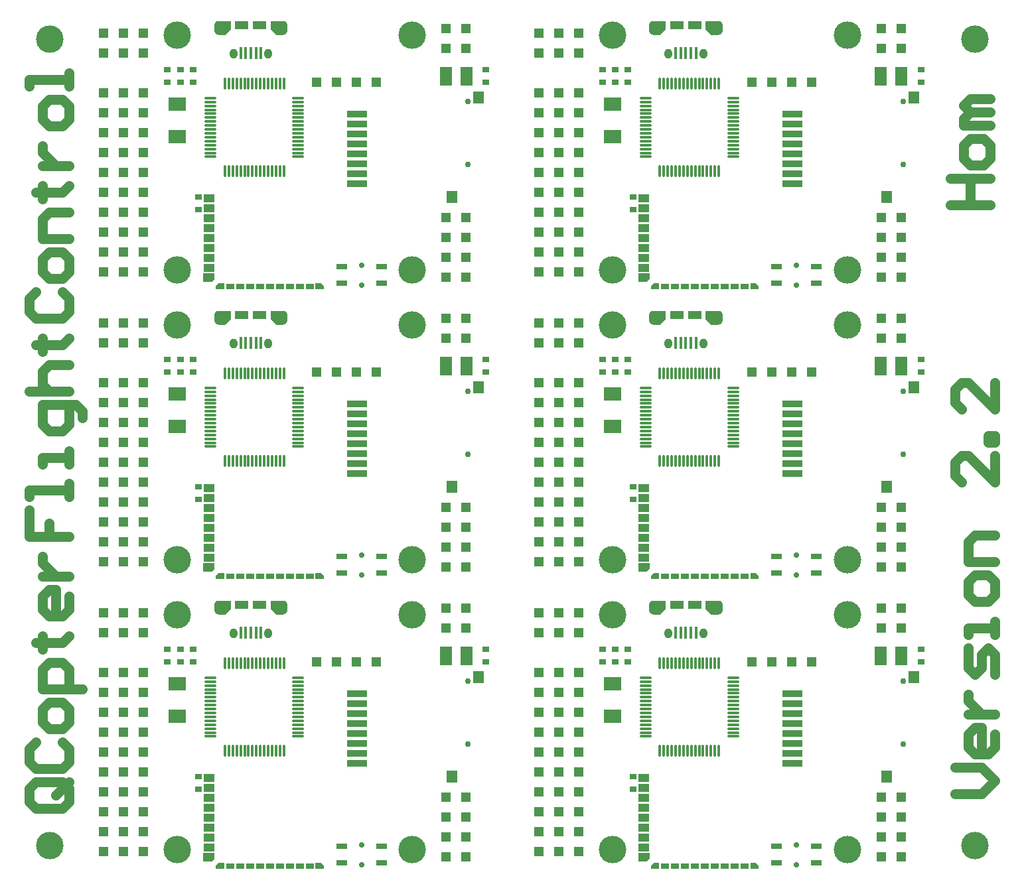
<source format=gts>
%FSLAX25Y25*%
%MOIN*%
G70*
G01*
G75*
G04 Layer_Color=8388736*
%ADD10C,0.04000*%
%ADD11C,0.04000*%
%ADD12R,0.04000X0.02800*%
%ADD13R,0.05400X0.04000*%
%ADD14C,0.02800*%
%ADD15O,0.01181X0.06496*%
%ADD16O,0.06496X0.01181*%
%ADD17R,0.09000X0.07000*%
%ADD18R,0.10000X0.03600*%
%ADD19R,0.05200X0.06000*%
%ADD20R,0.06000X0.09600*%
%ADD21R,0.03400X0.02800*%
%ADD22R,0.07000X0.04000*%
%ADD23R,0.01575X0.06400*%
%ADD24R,0.05512X0.03150*%
%ADD25C,0.01000*%
%ADD26C,0.02400*%
%ADD27C,0.02000*%
%ADD28C,0.01400*%
%ADD29C,0.01200*%
%ADD30C,0.01600*%
%ADD31C,0.00600*%
%ADD32C,0.13780*%
%ADD33R,0.05000X0.05000*%
%ADD34R,0.05000X0.05000*%
%ADD35C,0.03000*%
%ADD36O,0.04000X0.05000*%
%ADD37O,0.04000X0.07000*%
%ADD38C,0.02756*%
%ADD39C,0.02400*%
G04:AMPARAMS|DCode=40|XSize=157.48mil|YSize=94.49mil|CornerRadius=23.62mil|HoleSize=0mil|Usage=FLASHONLY|Rotation=270.000|XOffset=0mil|YOffset=0mil|HoleType=Round|Shape=RoundedRectangle|*
%AMROUNDEDRECTD40*
21,1,0.15748,0.04724,0,0,270.0*
21,1,0.11024,0.09449,0,0,270.0*
1,1,0.04724,-0.02362,-0.05512*
1,1,0.04724,-0.02362,0.05512*
1,1,0.04724,0.02362,0.05512*
1,1,0.04724,0.02362,-0.05512*
%
%ADD40ROUNDEDRECTD40*%
G04:AMPARAMS|DCode=41|XSize=37.4mil|YSize=94.49mil|CornerRadius=9.35mil|HoleSize=0mil|Usage=FLASHONLY|Rotation=270.000|XOffset=0mil|YOffset=0mil|HoleType=Round|Shape=RoundedRectangle|*
%AMROUNDEDRECTD41*
21,1,0.03740,0.07579,0,0,270.0*
21,1,0.01870,0.09449,0,0,270.0*
1,1,0.01870,-0.03789,-0.00935*
1,1,0.01870,-0.03789,0.00935*
1,1,0.01870,0.03789,0.00935*
1,1,0.01870,0.03789,-0.00935*
%
%ADD41ROUNDEDRECTD41*%
%ADD42R,0.01000X0.05000*%
%ADD43R,0.07200X0.08600*%
%ADD44R,0.02800X0.03400*%
%ADD45R,0.04400X0.03600*%
%ADD46R,0.03600X0.04400*%
%ADD47R,0.05600X0.04800*%
%ADD48R,0.06200X0.02800*%
%ADD49R,0.08600X0.04800*%
%ADD50R,0.05600X0.06200*%
%ADD51C,0.03000*%
%ADD52C,0.01900*%
%ADD53C,0.03800*%
%ADD54C,0.04500*%
%ADD55C,0.00022*%
%ADD56C,0.00787*%
%ADD57C,0.00800*%
%ADD58C,0.00500*%
%ADD59R,0.08500X0.02200*%
%ADD60R,0.03400X0.00600*%
%ADD61C,0.05000*%
%ADD62R,0.04200X0.03000*%
%ADD63R,0.05600X0.04200*%
%ADD64R,0.10200X0.03800*%
%ADD65R,0.05400X0.06200*%
G36*
X151411Y3816D02*
Y2266D01*
X147211D01*
Y5266D01*
X149961D01*
X151411Y3816D01*
D02*
G37*
G36*
X101411Y2266D02*
X97211D01*
Y3816D01*
X98661Y5266D01*
X101411Y5266D01*
Y2266D01*
D02*
G37*
G36*
X96511Y7416D02*
X95061Y5966D01*
X90911D01*
Y10166D01*
X96511D01*
Y7416D01*
D02*
G37*
G36*
X131148Y136966D02*
Y129966D01*
X127711Y129966D01*
X124711Y132966D01*
Y136966D01*
X131148Y136966D01*
D02*
G37*
G36*
X104711Y132966D02*
X101711Y129966D01*
X98274Y129966D01*
Y136966D01*
X104711Y136966D01*
Y132966D01*
D02*
G37*
G36*
X369915Y3816D02*
Y2266D01*
X365715D01*
Y5266D01*
X368465D01*
X369915Y3816D01*
D02*
G37*
G36*
X319915Y2266D02*
X315715D01*
Y3816D01*
X317165Y5266D01*
X319915Y5266D01*
Y2266D01*
D02*
G37*
G36*
X315015Y7416D02*
X313565Y5966D01*
X309415D01*
Y10166D01*
X315015D01*
Y7416D01*
D02*
G37*
G36*
X349652Y136966D02*
Y129966D01*
X346215Y129966D01*
X343215Y132966D01*
Y136966D01*
X349652Y136966D01*
D02*
G37*
G36*
X323215Y132966D02*
X320215Y129966D01*
X316778Y129966D01*
Y136966D01*
X323215Y136966D01*
Y132966D01*
D02*
G37*
G36*
X151411Y149486D02*
Y147935D01*
X147211D01*
Y150935D01*
X149961D01*
X151411Y149486D01*
D02*
G37*
G36*
X101411Y147935D02*
X97211D01*
Y149486D01*
X98661Y150935D01*
X101411Y150935D01*
Y147935D01*
D02*
G37*
G36*
X96511Y153085D02*
X95061Y151636D01*
X90911D01*
Y155835D01*
X96511D01*
Y153085D01*
D02*
G37*
G36*
X131148Y282635D02*
Y275636D01*
X127711Y275636D01*
X124711Y278636D01*
Y282635D01*
X131148Y282635D01*
D02*
G37*
G36*
X104711Y278636D02*
X101711Y275636D01*
X98274Y275636D01*
Y282635D01*
X104711Y282635D01*
Y278636D01*
D02*
G37*
G36*
X369915Y149486D02*
Y147935D01*
X365715D01*
Y150935D01*
X368465D01*
X369915Y149486D01*
D02*
G37*
G36*
X319915Y147935D02*
X315715D01*
Y149486D01*
X317165Y150935D01*
X319915Y150935D01*
Y147935D01*
D02*
G37*
G36*
X315015Y153085D02*
X313565Y151636D01*
X309415D01*
Y155835D01*
X315015D01*
Y153085D01*
D02*
G37*
G36*
X349652Y282635D02*
Y275636D01*
X346215Y275636D01*
X343215Y278636D01*
Y282635D01*
X349652Y282635D01*
D02*
G37*
G36*
X323215Y278636D02*
X320215Y275636D01*
X316778Y275636D01*
Y282635D01*
X323215Y282635D01*
Y278636D01*
D02*
G37*
G36*
X151411Y295155D02*
Y293605D01*
X147211D01*
Y296605D01*
X149961D01*
X151411Y295155D01*
D02*
G37*
G36*
X101411Y293605D02*
X97211D01*
Y295155D01*
X98661Y296605D01*
X101411Y296605D01*
Y293605D01*
D02*
G37*
G36*
X96511Y298755D02*
X95061Y297305D01*
X90911D01*
Y301505D01*
X96511D01*
Y298755D01*
D02*
G37*
G36*
X131148Y428305D02*
Y421305D01*
X127711Y421305D01*
X124711Y424305D01*
Y428305D01*
X131148Y428305D01*
D02*
G37*
G36*
X104711Y424305D02*
X101711Y421305D01*
X98274Y421305D01*
Y428305D01*
X104711Y428305D01*
Y424305D01*
D02*
G37*
G36*
X369915Y295155D02*
Y293605D01*
X365715D01*
Y296605D01*
X368465D01*
X369915Y295155D01*
D02*
G37*
G36*
X319915Y293605D02*
X315715D01*
Y295155D01*
X317165Y296605D01*
X319915Y296605D01*
Y293605D01*
D02*
G37*
G36*
X315015Y298755D02*
X313565Y297305D01*
X309415D01*
Y301505D01*
X315015D01*
Y298755D01*
D02*
G37*
G36*
X349652Y428305D02*
Y421305D01*
X346215Y421305D01*
X343215Y424305D01*
Y428305D01*
X349652Y428305D01*
D02*
G37*
G36*
X323215Y424305D02*
X320215Y421305D01*
X316778Y421305D01*
Y428305D01*
X323215Y428305D01*
Y424305D01*
D02*
G37*
D11*
X93711Y8066D02*
D03*
X312215D02*
D03*
X93711Y153735D02*
D03*
X312215D02*
D03*
X93711Y299405D02*
D03*
X312215D02*
D03*
D14*
X99311Y3766D02*
D03*
X149311D02*
D03*
X317815D02*
D03*
X367815D02*
D03*
X99311Y149435D02*
D03*
X149311D02*
D03*
X317815D02*
D03*
X367815D02*
D03*
X99311Y295105D02*
D03*
X149311D02*
D03*
X317815D02*
D03*
X367815D02*
D03*
D15*
X101747Y105515D02*
D03*
X103716D02*
D03*
X105684D02*
D03*
X107653D02*
D03*
X109621D02*
D03*
X111590D02*
D03*
X113558D02*
D03*
X115527D02*
D03*
X117495D02*
D03*
X119464D02*
D03*
X121432D02*
D03*
X123401D02*
D03*
X125369D02*
D03*
X127338D02*
D03*
X129306D02*
D03*
X131275D02*
D03*
Y61617D02*
D03*
X129306D02*
D03*
X127338D02*
D03*
X125369D02*
D03*
X123401D02*
D03*
X121432D02*
D03*
X119464D02*
D03*
X117495D02*
D03*
X115527D02*
D03*
X113558D02*
D03*
X111590D02*
D03*
X109621D02*
D03*
X107653D02*
D03*
X105684D02*
D03*
X103716D02*
D03*
X101747D02*
D03*
X320251Y105515D02*
D03*
X322220D02*
D03*
X324188D02*
D03*
X326157D02*
D03*
X328125D02*
D03*
X330094D02*
D03*
X332062D02*
D03*
X334031D02*
D03*
X335999D02*
D03*
X337968D02*
D03*
X339936D02*
D03*
X341905D02*
D03*
X343873D02*
D03*
X345842D02*
D03*
X347810D02*
D03*
X349779D02*
D03*
Y61617D02*
D03*
X347810D02*
D03*
X345842D02*
D03*
X343873D02*
D03*
X341905D02*
D03*
X339936D02*
D03*
X337968D02*
D03*
X335999D02*
D03*
X334031D02*
D03*
X332062D02*
D03*
X330094D02*
D03*
X328125D02*
D03*
X326157D02*
D03*
X324188D02*
D03*
X322220D02*
D03*
X320251D02*
D03*
X101747Y251184D02*
D03*
X103716D02*
D03*
X105684D02*
D03*
X107653D02*
D03*
X109621D02*
D03*
X111590D02*
D03*
X113558D02*
D03*
X115527D02*
D03*
X117495D02*
D03*
X119464D02*
D03*
X121432D02*
D03*
X123401D02*
D03*
X125369D02*
D03*
X127338D02*
D03*
X129306D02*
D03*
X131275D02*
D03*
Y207287D02*
D03*
X129306D02*
D03*
X127338D02*
D03*
X125369D02*
D03*
X123401D02*
D03*
X121432D02*
D03*
X119464D02*
D03*
X117495D02*
D03*
X115527D02*
D03*
X113558D02*
D03*
X111590D02*
D03*
X109621D02*
D03*
X107653D02*
D03*
X105684D02*
D03*
X103716D02*
D03*
X101747D02*
D03*
X320251Y251184D02*
D03*
X322220D02*
D03*
X324188D02*
D03*
X326157D02*
D03*
X328125D02*
D03*
X330094D02*
D03*
X332062D02*
D03*
X334031D02*
D03*
X335999D02*
D03*
X337968D02*
D03*
X339936D02*
D03*
X341905D02*
D03*
X343873D02*
D03*
X345842D02*
D03*
X347810D02*
D03*
X349779D02*
D03*
Y207287D02*
D03*
X347810D02*
D03*
X345842D02*
D03*
X343873D02*
D03*
X341905D02*
D03*
X339936D02*
D03*
X337968D02*
D03*
X335999D02*
D03*
X334031D02*
D03*
X332062D02*
D03*
X330094D02*
D03*
X328125D02*
D03*
X326157D02*
D03*
X324188D02*
D03*
X322220D02*
D03*
X320251D02*
D03*
X101747Y396854D02*
D03*
X103716D02*
D03*
X105684D02*
D03*
X107653D02*
D03*
X109621D02*
D03*
X111590D02*
D03*
X113558D02*
D03*
X115527D02*
D03*
X117495D02*
D03*
X119464D02*
D03*
X121432D02*
D03*
X123401D02*
D03*
X125369D02*
D03*
X127338D02*
D03*
X129306D02*
D03*
X131275D02*
D03*
Y352956D02*
D03*
X129306D02*
D03*
X127338D02*
D03*
X125369D02*
D03*
X123401D02*
D03*
X121432D02*
D03*
X119464D02*
D03*
X117495D02*
D03*
X115527D02*
D03*
X113558D02*
D03*
X111590D02*
D03*
X109621D02*
D03*
X107653D02*
D03*
X105684D02*
D03*
X103716D02*
D03*
X101747D02*
D03*
X320251Y396854D02*
D03*
X322220D02*
D03*
X324188D02*
D03*
X326157D02*
D03*
X328125D02*
D03*
X330094D02*
D03*
X332062D02*
D03*
X334031D02*
D03*
X335999D02*
D03*
X337968D02*
D03*
X339936D02*
D03*
X341905D02*
D03*
X343873D02*
D03*
X345842D02*
D03*
X347810D02*
D03*
X349779D02*
D03*
Y352956D02*
D03*
X347810D02*
D03*
X345842D02*
D03*
X343873D02*
D03*
X341905D02*
D03*
X339936D02*
D03*
X337968D02*
D03*
X335999D02*
D03*
X334031D02*
D03*
X332062D02*
D03*
X330094D02*
D03*
X328125D02*
D03*
X326157D02*
D03*
X324188D02*
D03*
X322220D02*
D03*
X320251D02*
D03*
D16*
X138460Y98330D02*
D03*
Y96362D02*
D03*
Y94393D02*
D03*
Y92424D02*
D03*
Y90456D02*
D03*
Y88487D02*
D03*
Y86519D02*
D03*
Y84550D02*
D03*
Y82582D02*
D03*
Y80613D02*
D03*
Y78645D02*
D03*
Y76676D02*
D03*
Y74708D02*
D03*
Y72739D02*
D03*
Y70771D02*
D03*
Y68802D02*
D03*
X94562D02*
D03*
Y70771D02*
D03*
Y72739D02*
D03*
Y74708D02*
D03*
Y76676D02*
D03*
Y78645D02*
D03*
Y80613D02*
D03*
Y82582D02*
D03*
Y84550D02*
D03*
Y86519D02*
D03*
Y88487D02*
D03*
Y90456D02*
D03*
Y92424D02*
D03*
Y94393D02*
D03*
Y96362D02*
D03*
Y98330D02*
D03*
X356964D02*
D03*
Y96362D02*
D03*
Y94393D02*
D03*
Y92424D02*
D03*
Y90456D02*
D03*
Y88487D02*
D03*
Y86519D02*
D03*
Y84550D02*
D03*
Y82582D02*
D03*
Y80613D02*
D03*
Y78645D02*
D03*
Y76676D02*
D03*
Y74708D02*
D03*
Y72739D02*
D03*
Y70771D02*
D03*
Y68802D02*
D03*
X313066D02*
D03*
Y70771D02*
D03*
Y72739D02*
D03*
Y74708D02*
D03*
Y76676D02*
D03*
Y78645D02*
D03*
Y80613D02*
D03*
Y82582D02*
D03*
Y84550D02*
D03*
Y86519D02*
D03*
Y88487D02*
D03*
Y90456D02*
D03*
Y92424D02*
D03*
Y94393D02*
D03*
Y96362D02*
D03*
Y98330D02*
D03*
X138460Y243999D02*
D03*
Y242031D02*
D03*
Y240062D02*
D03*
Y238094D02*
D03*
Y236125D02*
D03*
Y234157D02*
D03*
Y232188D02*
D03*
Y230220D02*
D03*
Y228251D02*
D03*
Y226283D02*
D03*
Y224314D02*
D03*
Y222346D02*
D03*
Y220377D02*
D03*
Y218409D02*
D03*
Y216440D02*
D03*
Y214472D02*
D03*
X94562D02*
D03*
Y216440D02*
D03*
Y218409D02*
D03*
Y220377D02*
D03*
Y222346D02*
D03*
Y224314D02*
D03*
Y226283D02*
D03*
Y228251D02*
D03*
Y230220D02*
D03*
Y232188D02*
D03*
Y234157D02*
D03*
Y236125D02*
D03*
Y238094D02*
D03*
Y240062D02*
D03*
Y242031D02*
D03*
Y243999D02*
D03*
X356964D02*
D03*
Y242031D02*
D03*
Y240062D02*
D03*
Y238094D02*
D03*
Y236125D02*
D03*
Y234157D02*
D03*
Y232188D02*
D03*
Y230220D02*
D03*
Y228251D02*
D03*
Y226283D02*
D03*
Y224314D02*
D03*
Y222346D02*
D03*
Y220377D02*
D03*
Y218409D02*
D03*
Y216440D02*
D03*
Y214472D02*
D03*
X313066D02*
D03*
Y216440D02*
D03*
Y218409D02*
D03*
Y220377D02*
D03*
Y222346D02*
D03*
Y224314D02*
D03*
Y226283D02*
D03*
Y228251D02*
D03*
Y230220D02*
D03*
Y232188D02*
D03*
Y234157D02*
D03*
Y236125D02*
D03*
Y238094D02*
D03*
Y240062D02*
D03*
Y242031D02*
D03*
Y243999D02*
D03*
X138460Y389669D02*
D03*
Y387700D02*
D03*
Y385732D02*
D03*
Y383763D02*
D03*
Y381795D02*
D03*
Y379826D02*
D03*
Y377857D02*
D03*
Y375889D02*
D03*
Y373920D02*
D03*
Y371952D02*
D03*
Y369984D02*
D03*
Y368015D02*
D03*
Y366047D02*
D03*
Y364078D02*
D03*
Y362109D02*
D03*
Y360141D02*
D03*
X94562D02*
D03*
Y362109D02*
D03*
Y364078D02*
D03*
Y366047D02*
D03*
Y368015D02*
D03*
Y369984D02*
D03*
Y371952D02*
D03*
Y373920D02*
D03*
Y375889D02*
D03*
Y377857D02*
D03*
Y379826D02*
D03*
Y381795D02*
D03*
Y383763D02*
D03*
Y385732D02*
D03*
Y387700D02*
D03*
Y389669D02*
D03*
X356964D02*
D03*
Y387700D02*
D03*
Y385732D02*
D03*
Y383763D02*
D03*
Y381795D02*
D03*
Y379826D02*
D03*
Y377857D02*
D03*
Y375889D02*
D03*
Y373920D02*
D03*
Y371952D02*
D03*
Y369984D02*
D03*
Y368015D02*
D03*
Y366047D02*
D03*
Y364078D02*
D03*
Y362109D02*
D03*
Y360141D02*
D03*
X313066D02*
D03*
Y362109D02*
D03*
Y364078D02*
D03*
Y366047D02*
D03*
Y368015D02*
D03*
Y369984D02*
D03*
Y371952D02*
D03*
Y373920D02*
D03*
Y375889D02*
D03*
Y377857D02*
D03*
Y379826D02*
D03*
Y381795D02*
D03*
Y383763D02*
D03*
Y385732D02*
D03*
Y387700D02*
D03*
Y389669D02*
D03*
D17*
X77911Y79066D02*
D03*
Y95266D02*
D03*
X296415Y79066D02*
D03*
Y95266D02*
D03*
X77911Y224735D02*
D03*
Y240935D02*
D03*
X296415Y224735D02*
D03*
Y240935D02*
D03*
X77911Y370405D02*
D03*
Y386605D02*
D03*
X296415Y370405D02*
D03*
Y386605D02*
D03*
D20*
X212611Y109366D02*
D03*
X223011D02*
D03*
X431115D02*
D03*
X441515D02*
D03*
X212611Y255035D02*
D03*
X223011D02*
D03*
X431115D02*
D03*
X441515D02*
D03*
X212611Y400705D02*
D03*
X223011D02*
D03*
X431115D02*
D03*
X441515D02*
D03*
D21*
X88311Y42366D02*
D03*
Y48766D02*
D03*
X232811Y112766D02*
D03*
Y106366D02*
D03*
X72911Y106166D02*
D03*
Y112566D02*
D03*
X79311D02*
D03*
Y106166D02*
D03*
X85711D02*
D03*
Y112566D02*
D03*
X306815Y42366D02*
D03*
Y48766D02*
D03*
X451315Y112766D02*
D03*
Y106366D02*
D03*
X291415Y106166D02*
D03*
Y112566D02*
D03*
X297815D02*
D03*
Y106166D02*
D03*
X304215D02*
D03*
Y112566D02*
D03*
X88311Y188036D02*
D03*
Y194436D02*
D03*
X232811Y258436D02*
D03*
Y252035D02*
D03*
X72911Y251835D02*
D03*
Y258236D02*
D03*
X79311D02*
D03*
Y251835D02*
D03*
X85711D02*
D03*
Y258236D02*
D03*
X306815Y188036D02*
D03*
Y194436D02*
D03*
X451315Y258436D02*
D03*
Y252035D02*
D03*
X291415Y251835D02*
D03*
Y258236D02*
D03*
X297815D02*
D03*
Y251835D02*
D03*
X304215D02*
D03*
Y258236D02*
D03*
X88311Y333705D02*
D03*
Y340105D02*
D03*
X232811Y404105D02*
D03*
Y397705D02*
D03*
X72911Y397505D02*
D03*
Y403905D02*
D03*
X79311D02*
D03*
Y397505D02*
D03*
X85711D02*
D03*
Y403905D02*
D03*
X306815Y333705D02*
D03*
Y340105D02*
D03*
X451315Y404105D02*
D03*
Y397705D02*
D03*
X291415Y397505D02*
D03*
Y403905D02*
D03*
X297815D02*
D03*
Y397505D02*
D03*
X304215D02*
D03*
Y403905D02*
D03*
D22*
X110211Y134966D02*
D03*
X119211D02*
D03*
X328715D02*
D03*
X337715D02*
D03*
X110211Y280635D02*
D03*
X119211D02*
D03*
X328715D02*
D03*
X337715D02*
D03*
X110211Y426305D02*
D03*
X119211D02*
D03*
X328715D02*
D03*
X337715D02*
D03*
D23*
X109593Y120966D02*
D03*
X112152D02*
D03*
X114711Y120966D02*
D03*
X117270Y120966D02*
D03*
X119829D02*
D03*
X328097D02*
D03*
X330656D02*
D03*
X333215Y120966D02*
D03*
X335774Y120966D02*
D03*
X338333D02*
D03*
X109593Y266635D02*
D03*
X112152D02*
D03*
X114711Y266635D02*
D03*
X117270Y266635D02*
D03*
X119829D02*
D03*
X328097D02*
D03*
X330656D02*
D03*
X333215Y266635D02*
D03*
X335774Y266635D02*
D03*
X338333D02*
D03*
X109593Y412305D02*
D03*
X112152D02*
D03*
X114711Y412305D02*
D03*
X117270Y412305D02*
D03*
X119829D02*
D03*
X328097D02*
D03*
X330656D02*
D03*
X333215Y412305D02*
D03*
X335774Y412305D02*
D03*
X338333D02*
D03*
D24*
X160311Y5157D02*
D03*
X180311D02*
D03*
X160311Y13576D02*
D03*
X180311D02*
D03*
X378815Y5157D02*
D03*
X398815D02*
D03*
X378815Y13576D02*
D03*
X398815D02*
D03*
X160311Y150826D02*
D03*
X180311D02*
D03*
X160311Y159245D02*
D03*
X180311D02*
D03*
X378815Y150826D02*
D03*
X398815D02*
D03*
X378815Y159245D02*
D03*
X398815D02*
D03*
X160311Y296495D02*
D03*
X180311D02*
D03*
X160311Y304914D02*
D03*
X180311D02*
D03*
X378815Y296495D02*
D03*
X398815D02*
D03*
X378815Y304914D02*
D03*
X398815D02*
D03*
D32*
X13780Y419291D02*
D03*
Y13780D02*
D03*
X478347Y13780D02*
D03*
X478346Y419291D02*
D03*
X195866Y129921D02*
D03*
Y11811D02*
D03*
X77756D02*
D03*
Y129921D02*
D03*
X414370D02*
D03*
Y11811D02*
D03*
X296260D02*
D03*
Y129921D02*
D03*
X195866Y275591D02*
D03*
Y157480D02*
D03*
X77756D02*
D03*
Y275591D02*
D03*
X414370D02*
D03*
Y157480D02*
D03*
X296260D02*
D03*
Y275591D02*
D03*
X195866Y421260D02*
D03*
Y303150D02*
D03*
X77756D02*
D03*
Y421260D02*
D03*
X414370D02*
D03*
Y303150D02*
D03*
X296260D02*
D03*
Y421260D02*
D03*
D33*
X212811Y8366D02*
D03*
X222811D02*
D03*
X212811Y28366D02*
D03*
X222811Y38366D02*
D03*
X212811D02*
D03*
X222811Y28366D02*
D03*
Y18366D02*
D03*
X212811D02*
D03*
X222811Y123366D02*
D03*
X212811Y133366D02*
D03*
X222811D02*
D03*
X212811Y123366D02*
D03*
X431315Y8366D02*
D03*
X441315D02*
D03*
X431315Y28366D02*
D03*
X441315Y38366D02*
D03*
X431315D02*
D03*
X441315Y28366D02*
D03*
Y18366D02*
D03*
X431315D02*
D03*
X441315Y123366D02*
D03*
X431315Y133366D02*
D03*
X441315D02*
D03*
X431315Y123366D02*
D03*
X212811Y154035D02*
D03*
X222811D02*
D03*
X212811Y174036D02*
D03*
X222811Y184036D02*
D03*
X212811D02*
D03*
X222811Y174036D02*
D03*
Y164035D02*
D03*
X212811D02*
D03*
X222811Y269036D02*
D03*
X212811Y279035D02*
D03*
X222811D02*
D03*
X212811Y269036D02*
D03*
X431315Y154035D02*
D03*
X441315D02*
D03*
X431315Y174036D02*
D03*
X441315Y184036D02*
D03*
X431315D02*
D03*
X441315Y174036D02*
D03*
Y164035D02*
D03*
X431315D02*
D03*
X441315Y269036D02*
D03*
X431315Y279035D02*
D03*
X441315D02*
D03*
X431315Y269036D02*
D03*
X212811Y299705D02*
D03*
X222811D02*
D03*
X212811Y319705D02*
D03*
X222811Y329705D02*
D03*
X212811D02*
D03*
X222811Y319705D02*
D03*
Y309705D02*
D03*
X212811D02*
D03*
X222811Y414705D02*
D03*
X212811Y424705D02*
D03*
X222811D02*
D03*
X212811Y414705D02*
D03*
X431315Y299705D02*
D03*
X441315D02*
D03*
X431315Y319705D02*
D03*
X441315Y329705D02*
D03*
X431315D02*
D03*
X441315Y319705D02*
D03*
Y309705D02*
D03*
X431315D02*
D03*
X441315Y414705D02*
D03*
X431315Y424705D02*
D03*
X441315D02*
D03*
X431315Y414705D02*
D03*
D34*
X50811Y100866D02*
D03*
X60811Y90866D02*
D03*
Y100866D02*
D03*
X50811Y90866D02*
D03*
X40811D02*
D03*
X40811Y100866D02*
D03*
Y80866D02*
D03*
X40811Y70866D02*
D03*
X50811D02*
D03*
X60811Y80866D02*
D03*
Y70866D02*
D03*
X50811Y80866D02*
D03*
X40811Y50866D02*
D03*
X40811Y40866D02*
D03*
X50811D02*
D03*
X60811Y50866D02*
D03*
Y40866D02*
D03*
X50811Y50866D02*
D03*
Y60866D02*
D03*
X60811D02*
D03*
X40811D02*
D03*
Y20866D02*
D03*
X40811Y10866D02*
D03*
X50811D02*
D03*
X60811Y20866D02*
D03*
Y10866D02*
D03*
X50811Y20866D02*
D03*
Y30866D02*
D03*
X60811D02*
D03*
X40811D02*
D03*
Y130866D02*
D03*
X40811Y120866D02*
D03*
X50811D02*
D03*
X60811Y130866D02*
D03*
Y120866D02*
D03*
X50811Y130866D02*
D03*
X167811Y106366D02*
D03*
X157811D02*
D03*
X147811D02*
D03*
X177811D02*
D03*
X269315Y100866D02*
D03*
X279315Y90866D02*
D03*
Y100866D02*
D03*
X269315Y90866D02*
D03*
X259315D02*
D03*
X259315Y100866D02*
D03*
Y80866D02*
D03*
X259315Y70866D02*
D03*
X269315D02*
D03*
X279315Y80866D02*
D03*
Y70866D02*
D03*
X269315Y80866D02*
D03*
X259315Y50866D02*
D03*
X259315Y40866D02*
D03*
X269315D02*
D03*
X279315Y50866D02*
D03*
Y40866D02*
D03*
X269315Y50866D02*
D03*
Y60866D02*
D03*
X279315D02*
D03*
X259315D02*
D03*
Y20866D02*
D03*
X259315Y10866D02*
D03*
X269315D02*
D03*
X279315Y20866D02*
D03*
Y10866D02*
D03*
X269315Y20866D02*
D03*
Y30866D02*
D03*
X279315D02*
D03*
X259315D02*
D03*
Y130866D02*
D03*
X259315Y120866D02*
D03*
X269315D02*
D03*
X279315Y130866D02*
D03*
Y120866D02*
D03*
X269315Y130866D02*
D03*
X386315Y106366D02*
D03*
X376315D02*
D03*
X366315D02*
D03*
X396315D02*
D03*
X50811Y246535D02*
D03*
X60811Y236536D02*
D03*
Y246535D02*
D03*
X50811Y236536D02*
D03*
X40811D02*
D03*
X40811Y246535D02*
D03*
Y226536D02*
D03*
X40811Y216535D02*
D03*
X50811D02*
D03*
X60811Y226536D02*
D03*
Y216535D02*
D03*
X50811Y226536D02*
D03*
X40811Y196536D02*
D03*
X40811Y186536D02*
D03*
X50811D02*
D03*
X60811Y196536D02*
D03*
Y186536D02*
D03*
X50811Y196536D02*
D03*
Y206536D02*
D03*
X60811D02*
D03*
X40811D02*
D03*
Y166535D02*
D03*
X40811Y156535D02*
D03*
X50811D02*
D03*
X60811Y166535D02*
D03*
Y156535D02*
D03*
X50811Y166535D02*
D03*
Y176535D02*
D03*
X60811D02*
D03*
X40811D02*
D03*
Y276536D02*
D03*
X40811Y266535D02*
D03*
X50811D02*
D03*
X60811Y276536D02*
D03*
Y266535D02*
D03*
X50811Y276536D02*
D03*
X167811Y252035D02*
D03*
X157811D02*
D03*
X147811D02*
D03*
X177811D02*
D03*
X269315Y246535D02*
D03*
X279315Y236536D02*
D03*
Y246535D02*
D03*
X269315Y236536D02*
D03*
X259315D02*
D03*
X259315Y246535D02*
D03*
Y226536D02*
D03*
X259315Y216535D02*
D03*
X269315D02*
D03*
X279315Y226536D02*
D03*
Y216535D02*
D03*
X269315Y226536D02*
D03*
X259315Y196536D02*
D03*
X259315Y186536D02*
D03*
X269315D02*
D03*
X279315Y196536D02*
D03*
Y186536D02*
D03*
X269315Y196536D02*
D03*
Y206536D02*
D03*
X279315D02*
D03*
X259315D02*
D03*
Y166535D02*
D03*
X259315Y156535D02*
D03*
X269315D02*
D03*
X279315Y166535D02*
D03*
Y156535D02*
D03*
X269315Y166535D02*
D03*
Y176535D02*
D03*
X279315D02*
D03*
X259315D02*
D03*
Y276536D02*
D03*
X259315Y266535D02*
D03*
X269315D02*
D03*
X279315Y276536D02*
D03*
Y266535D02*
D03*
X269315Y276536D02*
D03*
X386315Y252035D02*
D03*
X376315D02*
D03*
X366315D02*
D03*
X396315D02*
D03*
X50811Y392205D02*
D03*
X60811Y382205D02*
D03*
Y392205D02*
D03*
X50811Y382205D02*
D03*
X40811D02*
D03*
X40811Y392205D02*
D03*
Y372205D02*
D03*
X40811Y362205D02*
D03*
X50811D02*
D03*
X60811Y372205D02*
D03*
Y362205D02*
D03*
X50811Y372205D02*
D03*
X40811Y342205D02*
D03*
X40811Y332205D02*
D03*
X50811D02*
D03*
X60811Y342205D02*
D03*
Y332205D02*
D03*
X50811Y342205D02*
D03*
Y352205D02*
D03*
X60811D02*
D03*
X40811D02*
D03*
Y312205D02*
D03*
X40811Y302205D02*
D03*
X50811D02*
D03*
X60811Y312205D02*
D03*
Y302205D02*
D03*
X50811Y312205D02*
D03*
Y322205D02*
D03*
X60811D02*
D03*
X40811D02*
D03*
Y422205D02*
D03*
X40811Y412205D02*
D03*
X50811D02*
D03*
X60811Y422205D02*
D03*
Y412205D02*
D03*
X50811Y422205D02*
D03*
X167811Y397705D02*
D03*
X157811D02*
D03*
X147811D02*
D03*
X177811D02*
D03*
X269315Y392205D02*
D03*
X279315Y382205D02*
D03*
Y392205D02*
D03*
X269315Y382205D02*
D03*
X259315D02*
D03*
X259315Y392205D02*
D03*
Y372205D02*
D03*
X259315Y362205D02*
D03*
X269315D02*
D03*
X279315Y372205D02*
D03*
Y362205D02*
D03*
X269315Y372205D02*
D03*
X259315Y342205D02*
D03*
X259315Y332205D02*
D03*
X269315D02*
D03*
X279315Y342205D02*
D03*
Y332205D02*
D03*
X269315Y342205D02*
D03*
Y352205D02*
D03*
X279315D02*
D03*
X259315D02*
D03*
Y312205D02*
D03*
X259315Y302205D02*
D03*
X269315D02*
D03*
X279315Y312205D02*
D03*
Y302205D02*
D03*
X269315Y312205D02*
D03*
Y322205D02*
D03*
X279315D02*
D03*
X259315D02*
D03*
Y422205D02*
D03*
X259315Y412205D02*
D03*
X269315D02*
D03*
X279315Y422205D02*
D03*
Y412205D02*
D03*
X269315Y422205D02*
D03*
X386315Y397705D02*
D03*
X376315D02*
D03*
X366315D02*
D03*
X396315D02*
D03*
D35*
X223750Y96513D02*
D03*
Y65017D02*
D03*
X442254Y96513D02*
D03*
Y65017D02*
D03*
X223750Y242182D02*
D03*
Y210686D02*
D03*
X442254Y242182D02*
D03*
Y210686D02*
D03*
X223750Y387851D02*
D03*
Y356355D02*
D03*
X442254Y387851D02*
D03*
Y356355D02*
D03*
D36*
X123471Y120666D02*
D03*
X105951D02*
D03*
X341975D02*
D03*
X324455D02*
D03*
X123471Y266336D02*
D03*
X105951D02*
D03*
X341975D02*
D03*
X324455D02*
D03*
X123471Y412005D02*
D03*
X105951D02*
D03*
X341975D02*
D03*
X324455D02*
D03*
D37*
X131148Y133466D02*
D03*
X98274D02*
D03*
X349652D02*
D03*
X316778D02*
D03*
X131148Y279135D02*
D03*
X98274D02*
D03*
X349652D02*
D03*
X316778D02*
D03*
X131148Y424805D02*
D03*
X98274D02*
D03*
X349652D02*
D03*
X316778D02*
D03*
D38*
X170311Y4366D02*
D03*
X170312Y14366D02*
D03*
X170311Y4366D02*
D03*
X170310Y14366D02*
D03*
X388815Y4366D02*
D03*
X388816Y14366D02*
D03*
X388815Y4366D02*
D03*
X388814Y14366D02*
D03*
X170311Y150036D02*
D03*
X170312Y160036D02*
D03*
X170311Y150036D02*
D03*
X170310Y160036D02*
D03*
X388815Y150036D02*
D03*
X388816Y160036D02*
D03*
X388815Y150036D02*
D03*
X388814Y160036D02*
D03*
X170311Y295705D02*
D03*
X170312Y305705D02*
D03*
X170311Y295705D02*
D03*
X170310Y305705D02*
D03*
X388815Y295705D02*
D03*
X388816Y305705D02*
D03*
X388815Y295705D02*
D03*
X388814Y305705D02*
D03*
D61*
X466007Y336000D02*
X486000D01*
X476003D01*
Y349329D01*
X466007D01*
X486000D01*
Y359326D02*
Y365990D01*
X482668Y369323D01*
X476003D01*
X472671Y365990D01*
Y359326D01*
X476003Y355994D01*
X482668D01*
X486000Y359326D01*
Y375987D02*
X472671D01*
Y379319D01*
X476003Y382652D01*
X486000D01*
X476003D01*
X472671Y385984D01*
X476003Y389316D01*
X486000D01*
X20168Y45829D02*
X6839D01*
X3506Y42497D01*
Y35832D01*
X6839Y32500D01*
X20168D01*
X23500Y35832D01*
Y42497D01*
X16836Y39165D02*
X23500Y45829D01*
Y42497D02*
X20168Y45829D01*
X6839Y65823D02*
X3506Y62490D01*
Y55826D01*
X6839Y52494D01*
X20168D01*
X23500Y55826D01*
Y62490D01*
X20168Y65823D01*
X23500Y75819D02*
Y82484D01*
X20168Y85816D01*
X13503D01*
X10171Y82484D01*
Y75819D01*
X13503Y72487D01*
X20168D01*
X23500Y75819D01*
X30165Y92481D02*
X10171D01*
Y102477D01*
X13503Y105810D01*
X20168D01*
X23500Y102477D01*
Y92481D01*
X6839Y115806D02*
X10171D01*
Y112474D01*
Y119139D01*
Y115806D01*
X20168D01*
X23500Y119139D01*
Y139132D02*
Y132468D01*
X20168Y129135D01*
X13503D01*
X10171Y132468D01*
Y139132D01*
X13503Y142464D01*
X16836D01*
Y129135D01*
X10171Y149129D02*
X23500D01*
X16836D01*
X13503Y152461D01*
X10171Y155793D01*
Y159126D01*
X3506Y182451D02*
Y169123D01*
X13503D01*
Y175787D01*
Y169123D01*
X23500D01*
Y189116D02*
Y195781D01*
Y192448D01*
X3506D01*
Y189116D01*
X23500Y205777D02*
Y212442D01*
Y209110D01*
X10171D01*
Y205777D01*
X30165Y229103D02*
Y232435D01*
X26832Y235768D01*
X10171D01*
Y225771D01*
X13503Y222439D01*
X20168D01*
X23500Y225771D01*
Y235768D01*
X3506Y242432D02*
X23500D01*
X13503D01*
X10171Y245764D01*
Y252429D01*
X13503Y255761D01*
X23500D01*
X6839Y265758D02*
X10171D01*
Y262426D01*
Y269090D01*
Y265758D01*
X20168D01*
X23500Y269090D01*
X6839Y292416D02*
X3506Y289084D01*
Y282419D01*
X6839Y279087D01*
X20168D01*
X23500Y282419D01*
Y289084D01*
X20168Y292416D01*
X23500Y302413D02*
Y309077D01*
X20168Y312409D01*
X13503D01*
X10171Y309077D01*
Y302413D01*
X13503Y299080D01*
X20168D01*
X23500Y302413D01*
Y319074D02*
X10171D01*
Y329071D01*
X13503Y332403D01*
X23500D01*
X6839Y342400D02*
X10171D01*
Y339068D01*
Y345732D01*
Y342400D01*
X20168D01*
X23500Y345732D01*
X10171Y355729D02*
X23500D01*
X16836D01*
X13503Y359061D01*
X10171Y362393D01*
Y365726D01*
X23500Y379055D02*
Y385719D01*
X20168Y389051D01*
X13503D01*
X10171Y385719D01*
Y379055D01*
X13503Y375722D01*
X20168D01*
X23500Y379055D01*
Y395716D02*
Y402381D01*
Y399048D01*
X3506D01*
Y395716D01*
X468506Y40000D02*
X481836D01*
X488500Y46665D01*
X481836Y53329D01*
X468506D01*
X488500Y69990D02*
Y63326D01*
X485168Y59993D01*
X478503D01*
X475171Y63326D01*
Y69990D01*
X478503Y73323D01*
X481836D01*
Y59993D01*
X475171Y79987D02*
X488500D01*
X481836D01*
X478503Y83319D01*
X475171Y86652D01*
Y89984D01*
X488500Y99981D02*
Y109977D01*
X485168Y113310D01*
X481836Y109977D01*
Y103313D01*
X478503Y99981D01*
X475171Y103313D01*
Y113310D01*
X488500Y119974D02*
Y126639D01*
Y123306D01*
X475171D01*
Y119974D01*
X488500Y139968D02*
Y146632D01*
X485168Y149964D01*
X478503D01*
X475171Y146632D01*
Y139968D01*
X478503Y136635D01*
X485168D01*
X488500Y139968D01*
Y156629D02*
X475171D01*
Y166626D01*
X478503Y169958D01*
X488500D01*
Y209945D02*
Y196616D01*
X475171Y209945D01*
X471839D01*
X468506Y206613D01*
Y199948D01*
X471839Y196616D01*
X488500Y216610D02*
X485168D01*
Y219942D01*
X488500D01*
Y216610D01*
Y246600D02*
Y233271D01*
X475171Y246600D01*
X471839D01*
X468506Y243268D01*
Y236603D01*
X471839Y233271D01*
D62*
X109311Y3766D02*
D03*
X114311D02*
D03*
X104311D02*
D03*
X119311D02*
D03*
X124311D02*
D03*
X129311D02*
D03*
X134311D02*
D03*
X139311D02*
D03*
X144311D02*
D03*
X327815D02*
D03*
X332815D02*
D03*
X322815D02*
D03*
X337815D02*
D03*
X342815D02*
D03*
X347815D02*
D03*
X352815D02*
D03*
X357815D02*
D03*
X362815D02*
D03*
X109311Y149435D02*
D03*
X114311D02*
D03*
X104311D02*
D03*
X119311D02*
D03*
X124311D02*
D03*
X129311D02*
D03*
X134311D02*
D03*
X139311D02*
D03*
X144311D02*
D03*
X327815D02*
D03*
X332815D02*
D03*
X322815D02*
D03*
X337815D02*
D03*
X342815D02*
D03*
X347815D02*
D03*
X352815D02*
D03*
X357815D02*
D03*
X362815D02*
D03*
X109311Y295105D02*
D03*
X114311D02*
D03*
X104311D02*
D03*
X119311D02*
D03*
X124311D02*
D03*
X129311D02*
D03*
X134311D02*
D03*
X139311D02*
D03*
X144311D02*
D03*
X327815D02*
D03*
X332815D02*
D03*
X322815D02*
D03*
X337815D02*
D03*
X342815D02*
D03*
X347815D02*
D03*
X352815D02*
D03*
X357815D02*
D03*
X362815D02*
D03*
D63*
X93711Y13066D02*
D03*
Y18066D02*
D03*
Y23066D02*
D03*
Y28066D02*
D03*
Y33066D02*
D03*
Y38066D02*
D03*
Y43066D02*
D03*
Y48066D02*
D03*
X312215Y13066D02*
D03*
Y18066D02*
D03*
Y23066D02*
D03*
Y28066D02*
D03*
Y33066D02*
D03*
Y38066D02*
D03*
Y43066D02*
D03*
Y48066D02*
D03*
X93711Y158736D02*
D03*
Y163735D02*
D03*
Y168736D02*
D03*
Y173735D02*
D03*
Y178735D02*
D03*
Y183736D02*
D03*
Y188735D02*
D03*
Y193736D02*
D03*
X312215Y158736D02*
D03*
Y163735D02*
D03*
Y168736D02*
D03*
Y173735D02*
D03*
Y178735D02*
D03*
Y183736D02*
D03*
Y188735D02*
D03*
Y193736D02*
D03*
X93711Y304405D02*
D03*
Y309405D02*
D03*
Y314405D02*
D03*
Y319405D02*
D03*
Y324405D02*
D03*
Y329405D02*
D03*
Y334405D02*
D03*
Y339405D02*
D03*
X312215Y304405D02*
D03*
Y309405D02*
D03*
Y314405D02*
D03*
Y319405D02*
D03*
Y324405D02*
D03*
Y329405D02*
D03*
Y334405D02*
D03*
Y339405D02*
D03*
D64*
X168111Y55326D02*
D03*
Y60326D02*
D03*
Y65326D02*
D03*
Y70326D02*
D03*
Y75326D02*
D03*
Y80326D02*
D03*
Y85326D02*
D03*
Y90326D02*
D03*
X386615Y55326D02*
D03*
Y60326D02*
D03*
Y65326D02*
D03*
Y70326D02*
D03*
Y75326D02*
D03*
Y80326D02*
D03*
Y85326D02*
D03*
Y90326D02*
D03*
X168111Y200995D02*
D03*
Y205995D02*
D03*
Y210995D02*
D03*
Y215995D02*
D03*
Y220995D02*
D03*
Y225995D02*
D03*
Y230995D02*
D03*
Y235995D02*
D03*
X386615Y200995D02*
D03*
Y205995D02*
D03*
Y210995D02*
D03*
Y215995D02*
D03*
Y220995D02*
D03*
Y225995D02*
D03*
Y230995D02*
D03*
Y235995D02*
D03*
X168111Y346665D02*
D03*
Y351665D02*
D03*
Y356665D02*
D03*
Y361665D02*
D03*
Y366665D02*
D03*
Y371665D02*
D03*
Y376665D02*
D03*
Y381665D02*
D03*
X386615Y346665D02*
D03*
Y351665D02*
D03*
Y356665D02*
D03*
Y361665D02*
D03*
Y366665D02*
D03*
Y371665D02*
D03*
Y376665D02*
D03*
Y381665D02*
D03*
D65*
X229111Y98566D02*
D03*
X215611Y48566D02*
D03*
X447615Y98566D02*
D03*
X434115Y48566D02*
D03*
X229111Y244235D02*
D03*
X215611Y194236D02*
D03*
X447615Y244235D02*
D03*
X434115Y194236D02*
D03*
X229111Y389905D02*
D03*
X215611Y339905D02*
D03*
X447615Y389905D02*
D03*
X434115Y339905D02*
D03*
M02*

</source>
